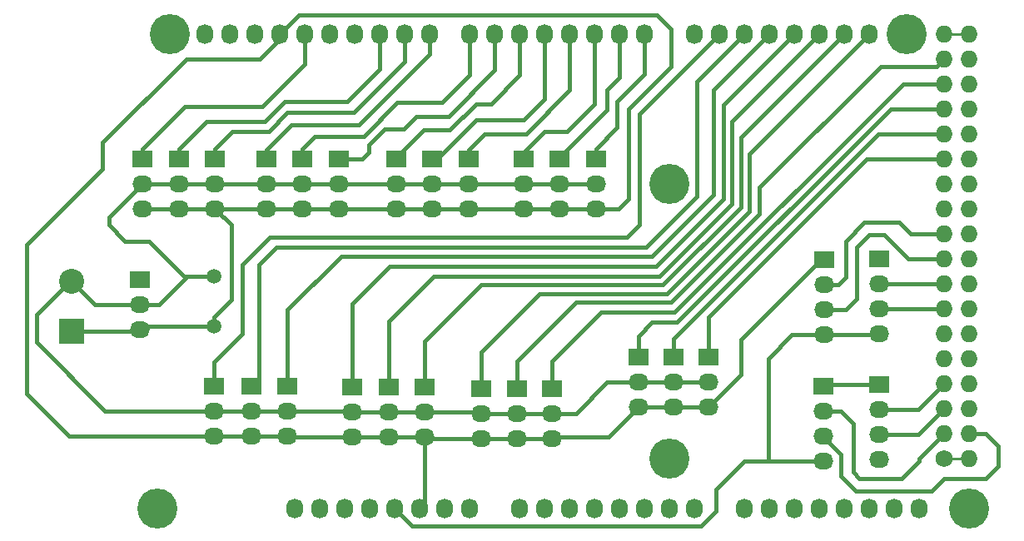
<source format=gbr>
G04 #@! TF.FileFunction,Copper,L2,Bot,Signal*
%FSLAX46Y46*%
G04 Gerber Fmt 4.6, Leading zero omitted, Abs format (unit mm)*
G04 Created by KiCad (PCBNEW 4.0.0-rc2-stable) date 11/19/2015 9:47:55 PM*
%MOMM*%
G01*
G04 APERTURE LIST*
%ADD10C,0.100000*%
%ADD11C,1.727200*%
%ADD12O,1.727200X1.727200*%
%ADD13O,1.727200X2.032000*%
%ADD14C,4.064000*%
%ADD15C,1.501140*%
%ADD16R,2.032000X1.727200*%
%ADD17O,2.032000X1.727200*%
%ADD18R,2.540000X2.540000*%
%ADD19C,2.540000*%
%ADD20C,0.381000*%
%ADD21C,0.250000*%
G04 APERTURE END LIST*
D10*
D11*
X197358000Y-114046000D03*
D12*
X199898000Y-114046000D03*
X197358000Y-111506000D03*
X199898000Y-111506000D03*
X197358000Y-108966000D03*
X199898000Y-108966000D03*
X197358000Y-106426000D03*
X199898000Y-106426000D03*
X197358000Y-103886000D03*
X199898000Y-103886000D03*
X197358000Y-101346000D03*
X199898000Y-101346000D03*
X197358000Y-98806000D03*
X199898000Y-98806000D03*
X197358000Y-96266000D03*
X199898000Y-96266000D03*
X197358000Y-93726000D03*
X199898000Y-93726000D03*
X197358000Y-91186000D03*
X199898000Y-91186000D03*
X197358000Y-88646000D03*
X199898000Y-88646000D03*
X197358000Y-86106000D03*
X199898000Y-86106000D03*
X197358000Y-83566000D03*
X199898000Y-83566000D03*
X197358000Y-81026000D03*
X199898000Y-81026000D03*
X197358000Y-78486000D03*
X199898000Y-78486000D03*
X197358000Y-75946000D03*
X199898000Y-75946000D03*
X197358000Y-73406000D03*
X199898000Y-73406000D03*
X197358000Y-70866000D03*
X199898000Y-70866000D03*
D13*
X131318000Y-119126000D03*
X133858000Y-119126000D03*
X136398000Y-119126000D03*
X138938000Y-119126000D03*
X141478000Y-119126000D03*
X144018000Y-119126000D03*
X146558000Y-119126000D03*
X149098000Y-119126000D03*
X154178000Y-119126000D03*
X156718000Y-119126000D03*
X159258000Y-119126000D03*
X161798000Y-119126000D03*
X164338000Y-119126000D03*
X166878000Y-119126000D03*
X169418000Y-119126000D03*
X171958000Y-119126000D03*
X177038000Y-119126000D03*
X179578000Y-119126000D03*
X182118000Y-119126000D03*
X184658000Y-119126000D03*
X187198000Y-119126000D03*
X189738000Y-119126000D03*
X192278000Y-119126000D03*
X194818000Y-119126000D03*
X122174000Y-70866000D03*
X124714000Y-70866000D03*
X127254000Y-70866000D03*
X129794000Y-70866000D03*
X132334000Y-70866000D03*
X134874000Y-70866000D03*
X137414000Y-70866000D03*
X139954000Y-70866000D03*
X142494000Y-70866000D03*
X145034000Y-70866000D03*
X149098000Y-70866000D03*
X151638000Y-70866000D03*
X154178000Y-70866000D03*
X156718000Y-70866000D03*
X159258000Y-70866000D03*
X161798000Y-70866000D03*
X164338000Y-70866000D03*
X166878000Y-70866000D03*
X171958000Y-70866000D03*
X174498000Y-70866000D03*
X177038000Y-70866000D03*
X179578000Y-70866000D03*
X182118000Y-70866000D03*
X184658000Y-70866000D03*
X187198000Y-70866000D03*
X189738000Y-70866000D03*
D14*
X117348000Y-119126000D03*
X169418000Y-114046000D03*
X199898000Y-119126000D03*
X118618000Y-70866000D03*
X169418000Y-86106000D03*
X193548000Y-70866000D03*
D15*
X123063000Y-100584000D03*
X123063000Y-95504000D03*
D16*
X190754000Y-93726000D03*
D17*
X190754000Y-96266000D03*
X190754000Y-98806000D03*
X190754000Y-101346000D03*
D16*
X185166000Y-93853000D03*
D17*
X185166000Y-96393000D03*
X185166000Y-98933000D03*
X185166000Y-101473000D03*
D18*
X108585000Y-101092000D03*
D19*
X108585000Y-96012000D03*
D16*
X140843000Y-106807000D03*
D17*
X140843000Y-109347000D03*
X140843000Y-111887000D03*
D16*
X123063000Y-106680000D03*
D17*
X123063000Y-109220000D03*
X123063000Y-111760000D03*
D16*
X173355000Y-103759000D03*
D17*
X173355000Y-106299000D03*
X173355000Y-108839000D03*
D16*
X115570000Y-95885000D03*
D17*
X115570000Y-98425000D03*
X115570000Y-100965000D03*
D16*
X161925000Y-83566000D03*
D17*
X161925000Y-86106000D03*
X161925000Y-88646000D03*
D16*
X169799000Y-103759000D03*
D17*
X169799000Y-106299000D03*
X169799000Y-108839000D03*
D16*
X137160000Y-106807000D03*
D17*
X137160000Y-109347000D03*
X137160000Y-111887000D03*
D16*
X130556000Y-106680000D03*
D17*
X130556000Y-109220000D03*
X130556000Y-111760000D03*
D16*
X153924000Y-106934000D03*
D17*
X153924000Y-109474000D03*
X153924000Y-112014000D03*
D16*
X185039000Y-106680000D03*
D17*
X185039000Y-109220000D03*
X185039000Y-111760000D03*
X185039000Y-114300000D03*
D16*
X158242000Y-83566000D03*
D17*
X158242000Y-86106000D03*
X158242000Y-88646000D03*
D16*
X166243000Y-103759000D03*
D17*
X166243000Y-106299000D03*
X166243000Y-108839000D03*
D16*
X144526000Y-106807000D03*
D17*
X144526000Y-109347000D03*
X144526000Y-111887000D03*
D16*
X126873000Y-106680000D03*
D17*
X126873000Y-109220000D03*
X126873000Y-111760000D03*
D16*
X150241000Y-106934000D03*
D17*
X150241000Y-109474000D03*
X150241000Y-112014000D03*
D16*
X190754000Y-106553000D03*
D17*
X190754000Y-109093000D03*
X190754000Y-111633000D03*
X190754000Y-114173000D03*
D16*
X115824000Y-83566000D03*
D17*
X115824000Y-86106000D03*
X115824000Y-88646000D03*
D16*
X157480000Y-106934000D03*
D17*
X157480000Y-109474000D03*
X157480000Y-112014000D03*
D16*
X119507000Y-83566000D03*
D17*
X119507000Y-86106000D03*
X119507000Y-88646000D03*
D16*
X132080000Y-83566000D03*
D17*
X132080000Y-86106000D03*
X132080000Y-88646000D03*
D16*
X145288000Y-83566000D03*
D17*
X145288000Y-86106000D03*
X145288000Y-88646000D03*
D16*
X123190000Y-83566000D03*
D17*
X123190000Y-86106000D03*
X123190000Y-88646000D03*
D16*
X135763000Y-83566000D03*
D17*
X135763000Y-86106000D03*
X135763000Y-88646000D03*
D16*
X148971000Y-83566000D03*
D17*
X148971000Y-86106000D03*
X148971000Y-88646000D03*
D16*
X128397000Y-83566000D03*
D17*
X128397000Y-86106000D03*
X128397000Y-88646000D03*
D16*
X141605000Y-83566000D03*
D17*
X141605000Y-86106000D03*
X141605000Y-88646000D03*
D16*
X154559000Y-83566000D03*
D17*
X154559000Y-86106000D03*
X154559000Y-88646000D03*
D20*
X123063000Y-100584000D02*
X123063000Y-99695000D01*
X124841000Y-90297000D02*
X123190000Y-88646000D01*
X124841000Y-97917000D02*
X124841000Y-90297000D01*
X123063000Y-99695000D02*
X124841000Y-97917000D01*
X161925000Y-88646000D02*
X158242000Y-88646000D01*
X158242000Y-88646000D02*
X154559000Y-88646000D01*
X154559000Y-88646000D02*
X148971000Y-88646000D01*
X148971000Y-88646000D02*
X145288000Y-88646000D01*
X145288000Y-88646000D02*
X141605000Y-88646000D01*
X141605000Y-88646000D02*
X135763000Y-88646000D01*
X135763000Y-88646000D02*
X132080000Y-88646000D01*
X132080000Y-88646000D02*
X128397000Y-88646000D01*
X128397000Y-88646000D02*
X123190000Y-88646000D01*
X123190000Y-88646000D02*
X119507000Y-88646000D01*
X119507000Y-88646000D02*
X115824000Y-88646000D01*
X161925000Y-88646000D02*
X164211000Y-88646000D01*
X131699000Y-68961000D02*
X129794000Y-70866000D01*
X168148000Y-68961000D02*
X131699000Y-68961000D01*
X169545000Y-70358000D02*
X168148000Y-68961000D01*
X169545000Y-74168000D02*
X169545000Y-70358000D01*
X165227000Y-78486000D02*
X169545000Y-74168000D01*
X165227000Y-87630000D02*
X165227000Y-78486000D01*
X164211000Y-88646000D02*
X165227000Y-87630000D01*
X129794000Y-70866000D02*
X129794000Y-71374000D01*
X129794000Y-71374000D02*
X127762000Y-73406000D01*
X127762000Y-73406000D02*
X120269000Y-73406000D01*
X120269000Y-73406000D02*
X111760000Y-81915000D01*
X111760000Y-81915000D02*
X111760000Y-84582000D01*
X111760000Y-84582000D02*
X104013000Y-92329000D01*
X104013000Y-92329000D02*
X104013000Y-107442000D01*
X104013000Y-107442000D02*
X108331000Y-111760000D01*
X108331000Y-111760000D02*
X123063000Y-111760000D01*
X185166000Y-93853000D02*
X184785000Y-93853000D01*
X184785000Y-93853000D02*
X176657000Y-101981000D01*
X176657000Y-101981000D02*
X176657000Y-105537000D01*
X176657000Y-105537000D02*
X173355000Y-108839000D01*
X140843000Y-111887000D02*
X144526000Y-111887000D01*
X144526000Y-111887000D02*
X144653000Y-112014000D01*
X144653000Y-112014000D02*
X150241000Y-112014000D01*
X126873000Y-111760000D02*
X130556000Y-111760000D01*
X130556000Y-111760000D02*
X130683000Y-111887000D01*
X130683000Y-111887000D02*
X137160000Y-111887000D01*
X108585000Y-101092000D02*
X115443000Y-101092000D01*
X115443000Y-101092000D02*
X115951000Y-100584000D01*
X115951000Y-100584000D02*
X123063000Y-100584000D01*
X190754000Y-106553000D02*
X185166000Y-106553000D01*
X185166000Y-106553000D02*
X185039000Y-106680000D01*
X144526000Y-111887000D02*
X144526000Y-118618000D01*
X144526000Y-118618000D02*
X144018000Y-119126000D01*
X166243000Y-108839000D02*
X169799000Y-108839000D01*
X169799000Y-108839000D02*
X173355000Y-108839000D01*
X153924000Y-112014000D02*
X157480000Y-112014000D01*
X157480000Y-112014000D02*
X157607000Y-111887000D01*
X157607000Y-111887000D02*
X163195000Y-111887000D01*
X163195000Y-111887000D02*
X166243000Y-108839000D01*
X153924000Y-112014000D02*
X150241000Y-112014000D01*
X150241000Y-112014000D02*
X150114000Y-111887000D01*
X140716000Y-111887000D02*
X136906000Y-111887000D01*
X136906000Y-111887000D02*
X136779000Y-111760000D01*
X126873000Y-111760000D02*
X123063000Y-111760000D01*
D21*
X197358000Y-114046000D02*
X199898000Y-114046000D01*
D20*
X185039000Y-109220000D02*
X186817000Y-109220000D01*
X194818000Y-114046000D02*
X197358000Y-111506000D01*
X194818000Y-114300000D02*
X194818000Y-114046000D01*
X193040000Y-116078000D02*
X194818000Y-114300000D01*
X188722000Y-116078000D02*
X193040000Y-116078000D01*
X188087000Y-115443000D02*
X188722000Y-116078000D01*
X188087000Y-110490000D02*
X188087000Y-115443000D01*
X186817000Y-109220000D02*
X188087000Y-110490000D01*
X185039000Y-111760000D02*
X185039000Y-111887000D01*
X185039000Y-111887000D02*
X186817000Y-113665000D01*
X186817000Y-113665000D02*
X186817000Y-115824000D01*
X186817000Y-115824000D02*
X188341000Y-117348000D01*
X188341000Y-117348000D02*
X196088000Y-117348000D01*
X196088000Y-117348000D02*
X197358000Y-116078000D01*
X197358000Y-116078000D02*
X201549000Y-116078000D01*
X201549000Y-116078000D02*
X202819000Y-114808000D01*
X202819000Y-114808000D02*
X202819000Y-112776000D01*
X202819000Y-112776000D02*
X201549000Y-111506000D01*
X201549000Y-111506000D02*
X199898000Y-111506000D01*
X190754000Y-111633000D02*
X194691000Y-111633000D01*
X194691000Y-111633000D02*
X197358000Y-108966000D01*
X190754000Y-109093000D02*
X194691000Y-109093000D01*
X194691000Y-109093000D02*
X197358000Y-106426000D01*
X190754000Y-98806000D02*
X197358000Y-98806000D01*
X190754000Y-96266000D02*
X197358000Y-96266000D01*
X185166000Y-98933000D02*
X187325000Y-98933000D01*
X193675000Y-93726000D02*
X197358000Y-93726000D01*
X191262000Y-91313000D02*
X193675000Y-93726000D01*
X189738000Y-91313000D02*
X191262000Y-91313000D01*
X188468000Y-92583000D02*
X189738000Y-91313000D01*
X188468000Y-97790000D02*
X188468000Y-92583000D01*
X187325000Y-98933000D02*
X188468000Y-97790000D01*
X185166000Y-96393000D02*
X186563000Y-96393000D01*
X193929000Y-91186000D02*
X197358000Y-91186000D01*
X192786000Y-90043000D02*
X193929000Y-91186000D01*
X189230000Y-90043000D02*
X192786000Y-90043000D01*
X187325000Y-91948000D02*
X189230000Y-90043000D01*
X187325000Y-95631000D02*
X187325000Y-91948000D01*
X186563000Y-96393000D02*
X187325000Y-95631000D01*
X173355000Y-103759000D02*
X173355000Y-99695000D01*
X189484000Y-83566000D02*
X197358000Y-83566000D01*
X173355000Y-99695000D02*
X189484000Y-83566000D01*
X169799000Y-103759000D02*
X169799000Y-101854000D01*
X190627000Y-81026000D02*
X197358000Y-81026000D01*
X169799000Y-101854000D02*
X190627000Y-81026000D01*
X166243000Y-103759000D02*
X166243000Y-101600000D01*
X191897000Y-78486000D02*
X197358000Y-78486000D01*
X170180000Y-100203000D02*
X191897000Y-78486000D01*
X167640000Y-100203000D02*
X170180000Y-100203000D01*
X166243000Y-101600000D02*
X167640000Y-100203000D01*
X157480000Y-106934000D02*
X157480000Y-104140008D01*
X193167000Y-75946000D02*
X197358000Y-75946000D01*
X169926000Y-99187000D02*
X193167000Y-75946000D01*
X162433008Y-99187000D02*
X169926000Y-99187000D01*
X157480000Y-104140008D02*
X162433008Y-99187000D01*
X153924000Y-106934000D02*
X153924000Y-104140000D01*
X196596000Y-74168000D02*
X197358000Y-73406000D01*
X190881000Y-74168000D02*
X196596000Y-74168000D01*
X178562000Y-86487000D02*
X190881000Y-74168000D01*
X178562000Y-89154000D02*
X178562000Y-86487000D01*
X169544994Y-98171006D02*
X178562000Y-89154000D01*
X159892994Y-98171006D02*
X169544994Y-98171006D01*
X153924000Y-104140000D02*
X159892994Y-98171006D01*
X185166000Y-101473000D02*
X181864000Y-101473000D01*
X179451000Y-103886000D02*
X179451000Y-114300000D01*
X181864000Y-101473000D02*
X179451000Y-103886000D01*
X185166000Y-101473000D02*
X190627000Y-101473000D01*
X190627000Y-101473000D02*
X190754000Y-101346000D01*
X185039000Y-114300000D02*
X179451000Y-114300000D01*
X179451000Y-114300000D02*
X178054000Y-114300000D01*
X177038000Y-114300000D02*
X174117000Y-117221000D01*
X174117000Y-117221000D02*
X174117000Y-119380000D01*
X174117000Y-119380000D02*
X172593000Y-120904000D01*
X172593000Y-120904000D02*
X143256000Y-120904000D01*
X143256000Y-120904000D02*
X141478000Y-119126000D01*
X178054000Y-114300000D02*
X177038000Y-114300000D01*
D21*
X197358000Y-70866000D02*
X197231000Y-70866000D01*
X197358000Y-70866000D02*
X199898000Y-70866000D01*
D20*
X115824000Y-83566000D02*
X115824000Y-82550000D01*
X132334000Y-73914000D02*
X132334000Y-70866000D01*
X128016000Y-78232000D02*
X132334000Y-73914000D01*
X120142000Y-78232000D02*
X128016000Y-78232000D01*
X115824000Y-82550000D02*
X120142000Y-78232000D01*
X119507000Y-83566000D02*
X119507000Y-82550000D01*
X139954000Y-74422000D02*
X139954000Y-70866000D01*
X136652000Y-77724000D02*
X139954000Y-74422000D01*
X130302000Y-77724000D02*
X136652000Y-77724000D01*
X128270000Y-79756000D02*
X130302000Y-77724000D01*
X122301000Y-79756000D02*
X128270000Y-79756000D01*
X119507000Y-82550000D02*
X122301000Y-79756000D01*
X123190000Y-83566000D02*
X123190000Y-82550000D01*
X142494000Y-73660000D02*
X142494000Y-70866000D01*
X137287000Y-78867000D02*
X142494000Y-73660000D01*
X130556000Y-78867000D02*
X137287000Y-78867000D01*
X128651000Y-80772000D02*
X130556000Y-78867000D01*
X124968000Y-80772000D02*
X128651000Y-80772000D01*
X123190000Y-82550000D02*
X124968000Y-80772000D01*
X128397000Y-83566000D02*
X128397000Y-82677000D01*
X145034000Y-72898000D02*
X145034000Y-70866000D01*
X137795000Y-80137000D02*
X145034000Y-72898000D01*
X130937000Y-80137000D02*
X137795000Y-80137000D01*
X128397000Y-82677000D02*
X130937000Y-80137000D01*
X132080000Y-83566000D02*
X132080000Y-82550000D01*
X149098000Y-75057000D02*
X149098000Y-70866000D01*
X146304000Y-77851000D02*
X149098000Y-75057000D01*
X141732000Y-77851000D02*
X146304000Y-77851000D01*
X138303000Y-81280000D02*
X141732000Y-77851000D01*
X133350000Y-81280000D02*
X138303000Y-81280000D01*
X132080000Y-82550000D02*
X133350000Y-81280000D01*
X135763000Y-83566000D02*
X138176000Y-83566000D01*
X151638000Y-74549000D02*
X151638000Y-70866000D01*
X146939000Y-79248000D02*
X151638000Y-74549000D01*
X143637000Y-79248000D02*
X146939000Y-79248000D01*
X142367000Y-80518000D02*
X143637000Y-79248000D01*
X140462000Y-80518000D02*
X142367000Y-80518000D01*
X138811000Y-82169000D02*
X140462000Y-80518000D01*
X138811000Y-82931000D02*
X138811000Y-82169000D01*
X138176000Y-83566000D02*
X138811000Y-82931000D01*
X141605000Y-83566000D02*
X141605000Y-83439000D01*
X141605000Y-83439000D02*
X144399000Y-80645000D01*
X144399000Y-80645000D02*
X147066000Y-80645000D01*
X147066000Y-80645000D02*
X149733000Y-77978000D01*
X149733000Y-77978000D02*
X151257000Y-77978000D01*
X151257000Y-77978000D02*
X154178000Y-75057000D01*
X154178000Y-75057000D02*
X154178000Y-70866000D01*
X145288000Y-83566000D02*
X145796000Y-83566000D01*
X145796000Y-83566000D02*
X149733000Y-79629000D01*
X149733000Y-79629000D02*
X154559000Y-79629000D01*
X154559000Y-79629000D02*
X156718000Y-77470000D01*
X156718000Y-77470000D02*
X156718000Y-70866000D01*
X148971000Y-83566000D02*
X148971000Y-82677000D01*
X159258000Y-76581000D02*
X159258000Y-70866000D01*
X154813000Y-81026000D02*
X159258000Y-76581000D01*
X150622000Y-81026000D02*
X154813000Y-81026000D01*
X148971000Y-82677000D02*
X150622000Y-81026000D01*
X154559000Y-83566000D02*
X154559000Y-82931000D01*
X154559000Y-82931000D02*
X156718000Y-80772000D01*
X156718000Y-80772000D02*
X159004000Y-80772000D01*
X159004000Y-80772000D02*
X161798000Y-77978000D01*
X161798000Y-77978000D02*
X161798000Y-70866000D01*
D21*
X161798000Y-70866000D02*
X161798000Y-70993000D01*
D20*
X144526000Y-106807000D02*
X144526000Y-102108000D01*
X176657004Y-81406996D02*
X187198000Y-70866000D01*
X176657004Y-88506234D02*
X176657004Y-81406996D01*
X168770236Y-96393002D02*
X176657004Y-88506234D01*
X150240998Y-96393002D02*
X168770236Y-96393002D01*
X144526000Y-102108000D02*
X150240998Y-96393002D01*
X150241000Y-106934000D02*
X150241000Y-103251000D01*
X177546006Y-83057994D02*
X189738000Y-70866000D01*
X177546006Y-88899994D02*
X177546006Y-83057994D01*
X169163996Y-97282004D02*
X177546006Y-88899994D01*
X156209996Y-97282004D02*
X169163996Y-97282004D01*
X150241000Y-103251000D02*
X156209996Y-97282004D01*
X158242000Y-83566000D02*
X158242000Y-83439000D01*
X158242000Y-83439000D02*
X163068000Y-78613000D01*
X163068000Y-78613000D02*
X163068000Y-76581000D01*
X163068000Y-76581000D02*
X164338000Y-75311000D01*
X164338000Y-75311000D02*
X164338000Y-70866000D01*
X161925000Y-83566000D02*
X161925000Y-82550000D01*
X166878000Y-74930000D02*
X166878000Y-70866000D01*
X164084000Y-77724000D02*
X166878000Y-74930000D01*
X164084000Y-80391000D02*
X164084000Y-77724000D01*
X161925000Y-82550000D02*
X164084000Y-80391000D01*
X123063000Y-106680000D02*
X123063000Y-104267000D01*
X166370000Y-78994000D02*
X174498000Y-70866000D01*
X166370000Y-90297000D02*
X166370000Y-78994000D01*
X165100000Y-91567000D02*
X166370000Y-90297000D01*
X128778000Y-91567000D02*
X165100000Y-91567000D01*
X125984000Y-94361000D02*
X128778000Y-91567000D01*
X125984000Y-101346000D02*
X125984000Y-94361000D01*
X123063000Y-104267000D02*
X125984000Y-101346000D01*
X127635000Y-106680000D02*
X127635000Y-94361000D01*
X172212000Y-75692000D02*
X177038000Y-70866000D01*
X172212000Y-87376000D02*
X172212000Y-75692000D01*
X167005000Y-92583000D02*
X172212000Y-87376000D01*
X129413000Y-92583000D02*
X167005000Y-92583000D01*
X127635000Y-94361000D02*
X129413000Y-92583000D01*
X130556000Y-106680000D02*
X130556000Y-98933000D01*
X173863000Y-76581000D02*
X179578000Y-70866000D01*
X173863000Y-87249000D02*
X173863000Y-76581000D01*
X167639998Y-93472002D02*
X173863000Y-87249000D01*
X136016998Y-93472002D02*
X167639998Y-93472002D01*
X130556000Y-98933000D02*
X136016998Y-93472002D01*
X137160000Y-106807000D02*
X137160000Y-98298000D01*
X174879000Y-78105000D02*
X182118000Y-70866000D01*
X174879000Y-87630000D02*
X174879000Y-78105000D01*
X168021000Y-94488000D02*
X174879000Y-87630000D01*
X140970000Y-94488000D02*
X168021000Y-94488000D01*
X137160000Y-98298000D02*
X140970000Y-94488000D01*
X140843000Y-106807000D02*
X140843000Y-100076000D01*
X175768002Y-79755998D02*
X184658000Y-70866000D01*
X175768002Y-88137998D02*
X175768002Y-79755998D01*
X168402000Y-95504000D02*
X175768002Y-88137998D01*
X145415000Y-95504000D02*
X168402000Y-95504000D01*
X140843000Y-100076000D02*
X145415000Y-95504000D01*
X115824000Y-86106000D02*
X119507000Y-86106000D01*
X119507000Y-86106000D02*
X123190000Y-86106000D01*
X123190000Y-86106000D02*
X128397000Y-86106000D01*
X128397000Y-86106000D02*
X132080000Y-86106000D01*
X132080000Y-86106000D02*
X135763000Y-86106000D01*
X135763000Y-86106000D02*
X141605000Y-86106000D01*
X141605000Y-86106000D02*
X145288000Y-86106000D01*
X145288000Y-86106000D02*
X148971000Y-86106000D01*
X148971000Y-86106000D02*
X154559000Y-86106000D01*
X154559000Y-86106000D02*
X158242000Y-86106000D01*
X158242000Y-86106000D02*
X161925000Y-86106000D01*
X123063000Y-95504000D02*
X120015000Y-95504000D01*
X112395000Y-89535000D02*
X115824000Y-86106000D01*
X112395000Y-90297000D02*
X112395000Y-89535000D01*
X114046000Y-91948000D02*
X112395000Y-90297000D01*
X116459000Y-91948000D02*
X114046000Y-91948000D01*
X120015000Y-95504000D02*
X116459000Y-91948000D01*
X144526000Y-109347000D02*
X150114000Y-109347000D01*
X150114000Y-109347000D02*
X150241000Y-109474000D01*
X150241000Y-109474000D02*
X153924000Y-109474000D01*
X130556000Y-109220000D02*
X137033000Y-109220000D01*
X137033000Y-109220000D02*
X137160000Y-109347000D01*
X137160000Y-109347000D02*
X140843000Y-109347000D01*
X108585000Y-96012000D02*
X108458000Y-96012000D01*
X108458000Y-96012000D02*
X105029000Y-99441000D01*
X112014000Y-109220000D02*
X123063000Y-109220000D01*
X105029000Y-102235000D02*
X112014000Y-109220000D01*
X105029000Y-99441000D02*
X105029000Y-102235000D01*
X123063000Y-95504000D02*
X120396000Y-95504000D01*
X110998000Y-98425000D02*
X108585000Y-96012000D01*
X117475000Y-98425000D02*
X110998000Y-98425000D01*
X120396000Y-95504000D02*
X117475000Y-98425000D01*
X166243000Y-106299000D02*
X169799000Y-106299000D01*
X169799000Y-106299000D02*
X173355000Y-106299000D01*
X153924000Y-109474000D02*
X157480000Y-109474000D01*
X157480000Y-109474000D02*
X159893000Y-109474000D01*
X163068000Y-106299000D02*
X166243000Y-106299000D01*
X159893000Y-109474000D02*
X163068000Y-106299000D01*
X123063000Y-109220000D02*
X126873000Y-109220000D01*
X126873000Y-109220000D02*
X130556000Y-109220000D01*
X130556000Y-109220000D02*
X130683000Y-109347000D01*
X140716000Y-109347000D02*
X144526000Y-109347000D01*
X144526000Y-109347000D02*
X144653000Y-109474000D01*
M02*

</source>
